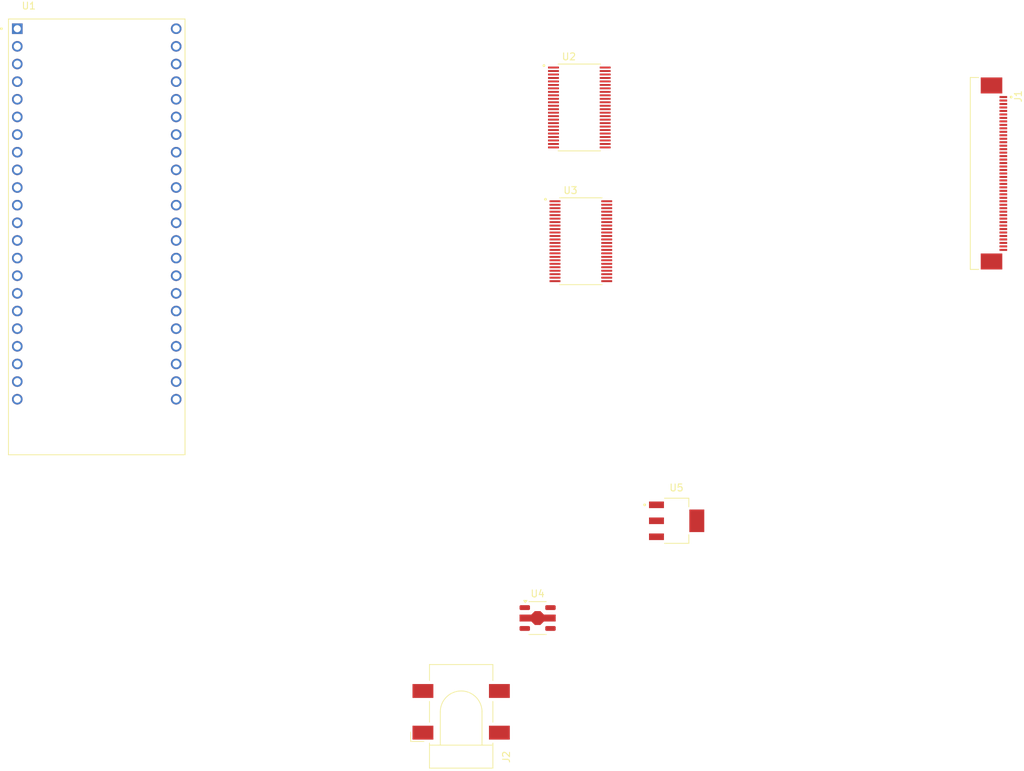
<source format=kicad_pcb>
(kicad_pcb (version 20241229) (generator "pcbnew") (generator_version "9.0")
  (layers (0 "F.Cu" signal) (2 "B.Cu" signal) (13 "F.Paste" user) (15 "B.Paste" user) (5 "F.SilkS" user "F.Silkscreen") (7 "B.SilkS" user "B.Silkscreen") (1 "F.Mask" user) (3 "B.Mask" user) (25 "Edge.Cuts" user))
  (net 0 "")
  (net 10 "GND")
  (net 48 "+3V3")
  (net 51 "+1V8")
  (net 54 "+12V")
  (net 135 "Net-(J1-SHIELD-PadS1)")
  (footprint "Connector-FPC-45-0.5mm:TE_4-1734839-5" (layer "F.Cu") (at 206.5 87 -90)
    (property "Reference" "J1" (at -11.1048 -2.14119 90) (layer "F.SilkS") (effects (font (size 1.002898 1.002898))))
    (property "Value" "4-1734839-5")
    (fp_line (start -13.815 4.75) (end 13.815 4.75) (stroke (width 0.127)) (layer "F.SilkS"))
    (fp_line (start 13.815 4.75) (end 13.815 3.556) (stroke (width 0.127)) (layer "F.SilkS"))
    (fp_line (start -13.815 3.556) (end -13.815 4.75) (stroke (width 0.127)) (layer "F.SilkS"))
    (fp_circle (center -11 -1.127) (end -10.9 -1.127) (stroke (width 0.2)) (fill no) (layer "F.SilkS"))
    (pad "1" smd rect (at -11 0 270) (size 0.3 1.1) (layers "F.Cu" "F.Mask" "F.Paste"))
    (pad "2" smd rect (at -10.5 0 270) (size 0.3 1.1) (layers "F.Cu" "F.Mask" "F.Paste"))
    (pad "3" smd rect (at -10 0 270) (size 0.3 1.1) (layers "F.Cu" "F.Mask" "F.Paste"))
    (pad "4" smd rect (at -9.5 0 270) (size 0.3 1.1) (layers "F.Cu" "F.Mask" "F.Paste"))
    (pad "5" smd rect (at -9 0 270) (size 0.3 1.1) (layers "F.Cu" "F.Mask" "F.Paste"))
    (pad "6" smd rect (at -8.5 0 270) (size 0.3 1.1) (layers "F.Cu" "F.Mask" "F.Paste"))
    (pad "7" smd rect (at -8 0 270) (size 0.3 1.1) (layers "F.Cu" "F.Mask" "F.Paste"))
    (pad "8" smd rect (at -7.5 0 270) (size 0.3 1.1) (layers "F.Cu" "F.Mask" "F.Paste"))
    (pad "9" smd rect (at -7 0 270) (size 0.3 1.1) (layers "F.Cu" "F.Mask" "F.Paste"))
    (pad "10" smd rect (at -6.5 0 270) (size 0.3 1.1) (layers "F.Cu" "F.Mask" "F.Paste"))
    (pad "11" smd rect (at -6 0 270) (size 0.3 1.1) (layers "F.Cu" "F.Mask" "F.Paste"))
    (pad "12" smd rect (at -5.5 0 270) (size 0.3 1.1) (layers "F.Cu" "F.Mask" "F.Paste"))
    (pad "13" smd rect (at -5 0 270) (size 0.3 1.1) (layers "F.Cu" "F.Mask" "F.Paste"))
    (pad "14" smd rect (at -4.5 0 270) (size 0.3 1.1) (layers "F.Cu" "F.Mask" "F.Paste"))
    (pad "15" smd rect (at -4 0 270) (size 0.3 1.1) (layers "F.Cu" "F.Mask" "F.Paste"))
    (pad "16" smd rect (at -3.5 0 270) (size 0.3 1.1) (layers "F.Cu" "F.Mask" "F.Paste"))
    (pad "17" smd rect (at -3 0 270) (size 0.3 1.1) (layers "F.Cu" "F.Mask" "F.Paste"))
    (pad "18" smd rect (at -2.5 0 270) (size 0.3 1.1) (layers "F.Cu" "F.Mask" "F.Paste"))
    (pad "19" smd rect (at -2 0 270) (size 0.3 1.1) (layers "F.Cu" "F.Mask" "F.Paste"))
    (pad "20" smd rect (at -1.5 0 270) (size 0.3 1.1) (layers "F.Cu" "F.Mask" "F.Paste"))
    (pad "21" smd rect (at -1 0 270) (size 0.3 1.1) (layers "F.Cu" "F.Mask" "F.Paste"))
    (pad "22" smd rect (at -0.5 0 270) (size 0.3 1.1) (layers "F.Cu" "F.Mask" "F.Paste"))
    (pad "23" smd rect (at 0 0 270) (size 0.3 1.1) (layers "F.Cu" "F.Mask" "F.Paste"))
    (pad "24" smd rect (at 0.5 0 270) (size 0.3 1.1) (layers "F.Cu" "F.Mask" "F.Paste"))
    (pad "25" smd rect (at 1 0 270) (size 0.3 1.1) (layers "F.Cu" "F.Mask" "F.Paste"))
    (pad "26" smd rect (at 1.5 0 270) (size 0.3 1.1) (layers "F.Cu" "F.Mask" "F.Paste"))
    (pad "27" smd rect (at 2 0 270) (size 0.3 1.1) (layers "F.Cu" "F.Mask" "F.Paste"))
    (pad "28" smd rect (at 2.5 0 270) (size 0.3 1.1) (layers "F.Cu" "F.Mask" "F.Paste"))
    (pad "29" smd rect (at 3 0 270) (size 0.3 1.1) (layers "F.Cu" "F.Mask" "F.Paste"))
    (pad "30" smd rect (at 3.5 0 270) (size 0.3 1.1) (layers "F.Cu" "F.Mask" "F.Paste"))
    (pad "31" smd rect (at 4 0 270) (size 0.3 1.1) (layers "F.Cu" "F.Mask" "F.Paste"))
    (pad "32" smd rect (at 4.5 0 270) (size 0.3 1.1) (layers "F.Cu" "F.Mask" "F.Paste"))
    (pad "33" smd rect (at 5 0 270) (size 0.3 1.1) (layers "F.Cu" "F.Mask" "F.Paste"))
    (pad "34" smd rect (at 5.5 0 270) (size 0.3 1.1) (layers "F.Cu" "F.Mask" "F.Paste"))
    (pad "35" smd rect (at 6 0 270) (size 0.3 1.1) (layers "F.Cu" "F.Mask" "F.Paste"))
    (pad "36" smd rect (at 6.5 0 270) (size 0.3 1.1) (layers "F.Cu" "F.Mask" "F.Paste"))
    (pad "37" smd rect (at 7 0 270) (size 0.3 1.1) (layers "F.Cu" "F.Mask" "F.Paste"))
    (pad "38" smd rect (at 7.5 0 270) (size 0.3 1.1) (layers "F.Cu" "F.Mask" "F.Paste"))
    (pad "39" smd rect (at 8 0 270) (size 0.3 1.1) (layers "F.Cu" "F.Mask" "F.Paste"))
    (pad "40" smd rect (at 8.5 0 270) (size 0.3 1.1) (layers "F.Cu" "F.Mask" "F.Paste"))
    (pad "41" smd rect (at 9 0 270) (size 0.3 1.1) (layers "F.Cu" "F.Mask" "F.Paste"))
    (pad "42" smd rect (at 9.5 0 270) (size 0.3 1.1) (layers "F.Cu" "F.Mask" "F.Paste"))
    (pad "43" smd rect (at 10 0 270) (size 0.3 1.1) (layers "F.Cu" "F.Mask" "F.Paste"))
    (pad "44" smd rect (at 10.5 0 270) (size 0.3 1.1) (layers "F.Cu" "F.Mask" "F.Paste"))
    (pad "45" smd rect (at 11 0 270) (size 0.3 1.1) (layers "F.Cu" "F.Mask" "F.Paste"))
    (pad "S1" smd rect (at -12.67 1.7 270) (size 2.3 3.1) (layers "F.Cu" "F.Mask" "F.Paste") (net 135 "Net-(J1-SHIELD-PadS1)"))
    (pad "S2" smd rect (at 12.67 1.7 270) (size 2.3 3.1) (layers "F.Cu" "F.Mask" "F.Paste") (net 135 "Net-(J1-SHIELD-PadS1)"))
  )
  (footprint "Package_TO_SOT_SMD:SOT-89-5" (layer "F.Cu") (at 139.5 151)
    (property "Reference" "U4" (at 0 -3.5 0) (layer "F.SilkS"))
    (property "Value" "PT4115")
    (fp_line (start -1.25 -2.36) (end 1.25 -2.36) (stroke (width 0.12)) (layer "F.SilkS"))
    (fp_line (start 1.25 2.36) (end -1.25 2.36) (stroke (width 0.12)) (layer "F.SilkS"))
    (fp_poly (pts (xy -1.77 -2.21) (xy -2.01 -2.54) (xy -1.53 -2.54) (xy -1.77 -2.21)) (stroke (width 0.12)) (fill yes) (layer "F.SilkS"))
    (pad "1" smd roundrect (at -1.85 -1.5) (size 1.5 0.7) (layers "F.Cu" "F.Mask" "F.Paste"))
    (pad "2" smd custom (at 0 0) (size 0.8 2) (layers "F.Cu" "F.Mask" "F.Paste") (net 10 "GND") (options (clearance outline) (anchor rect)) (primitives (gr_poly (pts (xy 0.9 -0.5) (xy 2.6 -0.5) (xy 2.6 0.5) (xy 0.9 0.5) (xy 0.4 1) (xy -0.4 1) (xy -0.9 0.5) (xy -2.6 0.5) (xy -2.6 -0.5) (xy -0.9 -0.5) (xy -0.4 -1) (xy 0.4 -1)) (width 0) (fill yes))))
    (pad "3" smd roundrect (at -1.85 1.5) (size 1.5 0.7) (layers "F.Cu" "F.Mask" "F.Paste"))
    (pad "4" smd roundrect (at 1.85 1.5) (size 1.5 0.7) (layers "F.Cu" "F.Mask" "F.Paste"))
    (pad "5" smd roundrect (at 1.85 -1.5) (size 1.5 0.7) (layers "F.Cu" "F.Mask" "F.Paste") (net 54 "+12V"))
  )
  (footprint "REG1117A:SOT230P700X180-4N" (layer "F.Cu") (at 159.5 137)
    (property "Reference" "U5" (at -0.025 -4.754 0) (layer "F.SilkS"))
    (property "Value" "REG1117A")
    (fp_line (start -1.75 -3.25) (end 1.75 -3.25) (stroke (width 0.127)) (layer "F.SilkS"))
    (fp_line (start -1.75 3.25) (end 1.75 3.25) (stroke (width 0.127)) (layer "F.SilkS"))
    (fp_line (start 1.75 -3.25) (end 1.75 -2.01) (stroke (width 0.127)) (layer "F.SilkS"))
    (fp_line (start 1.75 3.25) (end 1.75 2.01) (stroke (width 0.127)) (layer "F.SilkS"))
    (fp_circle (center -4.6 -2.3) (end -4.5 -2.3) (stroke (width 0.2)) (fill no) (layer "F.SilkS"))
    (pad "1" smd rect (at -2.9 -2.3) (size 2.15 0.95) (layers "F.Cu" "F.Mask" "F.Paste") (net 10 "GND"))
    (pad "2" smd rect (at -2.9 0) (size 2.15 0.95) (layers "F.Cu" "F.Mask" "F.Paste") (net 51 "+1V8"))
    (pad "3" smd rect (at -2.9 2.3) (size 2.15 0.95) (layers "F.Cu" "F.Mask" "F.Paste") (net 48 "+3V3"))
    (pad "4" smd rect (at 2.9 0) (size 2.15 3.25) (layers "F.Cu" "F.Mask" "F.Paste") (net 51 "+1V8"))
  )
  (footprint "Connector_BarrelJack:BarrelJack_CLIFF_FC681465S_SMT_Horizontal" (layer "F.Cu") (at 128.5 164.5 90)
    (property "Reference" "J2" (at -6.5 6.5 90) (layer "F.SilkS"))
    (property "Value" "Barrel_Jack_Switch")
    (fp_line (start -2.92 -7.26) (end -4.26 -7.26) (stroke (width 0.12)) (layer "F.SilkS"))
    (fp_line (start -4.26 -7.26) (end -4.26 -5.36) (stroke (width 0.12)) (layer "F.SilkS"))
    (fp_line (start 4.5 -4.56) (end 6.81 -4.56) (stroke (width 0.12)) (layer "F.SilkS"))
    (fp_line (start -1.5 -4.56) (end 1.5 -4.56) (stroke (width 0.12)) (layer "F.SilkS"))
    (fp_line (start -8.11 -4.56) (end -4.5 -4.56) (stroke (width 0.12)) (layer "F.SilkS"))
    (fp_line (start -4.8 -3) (end 0 -3) (stroke (width 0.12)) (layer "F.SilkS"))
    (fp_line (start -4.8 3) (end 0 3) (stroke (width 0.12)) (layer "F.SilkS"))
    (fp_line (start 6.81 4.56) (end 6.81 -4.56) (stroke (width 0.12)) (layer "F.SilkS"))
    (fp_line (start 4.5 4.56) (end 6.81 4.56) (stroke (width 0.12)) (layer "F.SilkS"))
    (fp_line (start -1.5 4.56) (end 1.5 4.56) (stroke (width 0.12)) (layer "F.SilkS"))
    (fp_line (start -4.8 4.56) (end -4.8 -4.56) (stroke (width 0.12)) (layer "F.SilkS"))
    (fp_line (start -8.11 4.56) (end -8.11 -4.56) (stroke (width 0.12)) (layer "F.SilkS"))
    (fp_line (start -8.11 4.56) (end -4.5 4.56) (stroke (width 0.12)) (layer "F.SilkS"))
    (fp_arc (start 0 -3) (mid 3 0) (end 0 3) (stroke (width 0.12)) (layer "F.SilkS"))
    (pad "" np_thru_hole oval (at -2.9 0 180) (size 2 1.5) (drill oval 2 1.5) (layers "*.Cu" "*.Mask"))
    (pad "" np_thru_hole circle (at 1.5 0 180) (size 2 2) (drill 2) (layers "*.Cu" "*.Mask"))
    (pad "1" smd rect (at -3 -5.5 180) (size 3 2) (layers "F.Cu" "F.Mask" "F.Paste"))
    (pad "1" smd rect (at 3 -5.5 180) (size 3 2) (layers "F.Cu" "F.Mask" "F.Paste"))
    (pad "2" smd rect (at 3 5.5 180) (size 3 2) (layers "F.Cu" "F.Mask" "F.Paste"))
    (pad "3" smd rect (at -3 5.5 180) (size 3 2) (layers "F.Cu" "F.Mask" "F.Paste"))
  )
  (footprint "SN74AVC16T245DGGR:SOP50P810X120-48N" (layer "F.Cu") (at 145.72 96.75)
    (property "Reference" "U3" (at -1.495 -7.312 0) (layer "F.SilkS"))
    (property "Value" "SN74AVC16T245DGGR")
    (fp_line (start -3.05 -6.25) (end 3.05 -6.25) (stroke (width 0.127)) (layer "F.SilkS"))
    (fp_line (start -3.05 6.25) (end 3.05 6.25) (stroke (width 0.127)) (layer "F.SilkS"))
    (fp_circle (center -5.09 -6.03) (end -4.99 -6.03) (stroke (width 0.2)) (fill no) (layer "F.SilkS"))
    (pad "1" smd roundrect (at -3.72 -5.75) (size 1.57 0.28) (layers "F.Cu" "F.Mask" "F.Paste") (roundrect_rratio 0.125))
    (pad "2" smd roundrect (at -3.72 -5.25) (size 1.57 0.28) (layers "F.Cu" "F.Mask" "F.Paste") (roundrect_rratio 0.125))
    (pad "3" smd roundrect (at -3.72 -4.75) (size 1.57 0.28) (layers "F.Cu" "F.Mask" "F.Paste") (roundrect_rratio 0.125))
    (pad "4" smd roundrect (at -3.72 -4.25) (size 1.57 0.28) (layers "F.Cu" "F.Mask" "F.Paste") (roundrect_rratio 0.125) (net 10 "GND"))
    (pad "5" smd roundrect (at -3.72 -3.75) (size 1.57 0.28) (layers "F.Cu" "F.Mask" "F.Paste") (roundrect_rratio 0.125))
    (pad "6" smd roundrect (at -3.72 -3.25) (size 1.57 0.28) (layers "F.Cu" "F.Mask" "F.Paste") (roundrect_rratio 0.125))
    (pad "7" smd roundrect (at -3.72 -2.75) (size 1.57 0.28) (layers "F.Cu" "F.Mask" "F.Paste") (roundrect_rratio 0.125) (net 51 "+1V8"))
    (pad "8" smd roundrect (at -3.72 -2.25) (size 1.57 0.28) (layers "F.Cu" "F.Mask" "F.Paste") (roundrect_rratio 0.125))
    (pad "9" smd roundrect (at -3.72 -1.75) (size 1.57 0.28) (layers "F.Cu" "F.Mask" "F.Paste") (roundrect_rratio 0.125))
    (pad "10" smd roundrect (at -3.72 -1.25) (size 1.57 0.28) (layers "F.Cu" "F.Mask" "F.Paste") (roundrect_rratio 0.125) (net 10 "GND"))
    (pad "11" smd roundrect (at -3.72 -0.75) (size 1.57 0.28) (layers "F.Cu" "F.Mask" "F.Paste") (roundrect_rratio 0.125))
    (pad "12" smd roundrect (at -3.72 -0.25) (size 1.57 0.28) (layers "F.Cu" "F.Mask" "F.Paste") (roundrect_rratio 0.125))
    (pad "13" smd roundrect (at -3.72 0.25) (size 1.57 0.28) (layers "F.Cu" "F.Mask" "F.Paste") (roundrect_rratio 0.125))
    (pad "14" smd roundrect (at -3.72 0.75) (size 1.57 0.28) (layers "F.Cu" "F.Mask" "F.Paste") (roundrect_rratio 0.125))
    (pad "15" smd roundrect (at -3.72 1.25) (size 1.57 0.28) (layers "F.Cu" "F.Mask" "F.Paste") (roundrect_rratio 0.125) (net 10 "GND"))
    (pad "16" smd roundrect (at -3.72 1.75) (size 1.57 0.28) (layers "F.Cu" "F.Mask" "F.Paste") (roundrect_rratio 0.125))
    (pad "17" smd roundrect (at -3.72 2.25) (size 1.57 0.28) (layers "F.Cu" "F.Mask" "F.Paste") (roundrect_rratio 0.125))
    (pad "18" smd roundrect (at -3.72 2.75) (size 1.57 0.28) (layers "F.Cu" "F.Mask" "F.Paste") (roundrect_rratio 0.125) (net 51 "+1V8"))
    (pad "19" smd roundrect (at -3.72 3.25) (size 1.57 0.28) (layers "F.Cu" "F.Mask" "F.Paste") (roundrect_rratio 0.125))
    (pad "20" smd roundrect (at -3.72 3.75) (size 1.57 0.28) (layers "F.Cu" "F.Mask" "F.Paste") (roundrect_rratio 0.125))
    (pad "21" smd roundrect (at -3.72 4.25) (size 1.57 0.28) (layers "F.Cu" "F.Mask" "F.Paste") (roundrect_rratio 0.125) (net 10 "GND"))
    (pad "22" smd roundrect (at -3.72 4.75) (size 1.57 0.28) (layers "F.Cu" "F.Mask" "F.Paste") (roundrect_rratio 0.125))
    (pad "23" smd roundrect (at -3.72 5.25) (size 1.57 0.28) (layers "F.Cu" "F.Mask" "F.Paste") (roundrect_rratio 0.125))
    (pad "24" smd roundrect (at -3.72 5.75) (size 1.57 0.28) (layers "F.Cu" "F.Mask" "F.Paste") (roundrect_rratio 0.125))
    (pad "25" smd roundrect (at 3.72 5.75) (size 1.57 0.28) (layers "F.Cu" "F.Mask" "F.Paste") (roundrect_rratio 0.125))
    (pad "26" smd roundrect (at 3.72 5.25) (size 1.57 0.28) (layers "F.Cu" "F.Mask" "F.Paste") (roundrect_rratio 0.125))
    (pad "27" smd roundrect (at 3.72 4.75) (size 1.57 0.28) (layers "F.Cu" "F.Mask" "F.Paste") (roundrect_rratio 0.125))
    (pad "28" smd roundrect (at 3.72 4.25) (size 1.57 0.28) (layers "F.Cu" "F.Mask" "F.Paste") (roundrect_rratio 0.125) (net 10 "GND"))
    (pad "29" smd roundrect (at 3.72 3.75) (size 1.57 0.28) (layers "F.Cu" "F.Mask" "F.Paste") (roundrect_rratio 0.125))
    (pad "30" smd roundrect (at 3.72 3.25) (size 1.57 0.28) (layers "F.Cu" "F.Mask" "F.Paste") (roundrect_rratio 0.125))
    (pad "31" smd roundrect (at 3.72 2.75) (size 1.57 0.28) (layers "F.Cu" "F.Mask" "F.Paste") (roundrect_rratio 0.125) (net 48 "+3V3"))
    (pad "32" smd roundrect (at 3.72 2.25) (size 1.57 0.28) (layers "F.Cu" "F.Mask" "F.Paste") (roundrect_rratio 0.125))
    (pad "33" smd roundrect (at 3.72 1.75) (size 1.57 0.28) (layers "F.Cu" "F.Mask" "F.Paste") (roundrect_rratio 0.125))
    (pad "34" smd roundrect (at 3.72 1.25) (size 1.57 0.28) (layers "F.Cu" "F.Mask" "F.Paste") (roundrect_rratio 0.125) (net 10 "GND"))
    (pad "35" smd roundrect (at 3.72 0.75) (size 1.57 0.28) (layers "F.Cu" "F.Mask" "F.Paste") (roundrect_rratio 0.125))
    (pad "36" smd roundrect (at 3.72 0.25) (size 1.57 0.28) (layers "F.Cu" "F.Mask" "F.Paste") (roundrect_rratio 0.125))
    (pad "37" smd roundrect (at 3.72 -0.25) (size 1.57 0.28) (layers "F.Cu" "F.Mask" "F.Paste") (roundrect_rratio 0.125))
    (pad "38" smd roundrect (at 3.72 -0.75) (size 1.57 0.28) (layers "F.Cu" "F.Mask" "F.Paste") (roundrect_rratio 0.125))
    (pad "39" smd roundrect (at 3.72 -1.25) (size 1.57 0.28) (layers "F.Cu" "F.Mask" "F.Paste") (roundrect_rratio 0.125) (net 10 "GND"))
    (pad "40" smd roundrect (at 3.72 -1.75) (size 1.57 0.28) (layers "F.Cu" "F.Mask" "F.Paste") (roundrect_rratio 0.125))
    (pad "41" smd roundrect (at 3.72 -2.25) (size 1.57 0.28) (layers "F.Cu" "F.Mask" "F.Paste") (roundrect_rratio 0.125))
    (pad "42" smd roundrect (at 3.72 -2.75) (size 1.57 0.28) (layers "F.Cu" "F.Mask" "F.Paste") (roundrect_rratio 0.125) (net 48 "+3V3"))
    (pad "43" smd roundrect (at 3.72 -3.25) (size 1.57 0.28) (layers "F.Cu" "F.Mask" "F.Paste") (roundrect_rratio 0.125))
    (pad "44" smd roundrect (at 3.72 -3.75) (size 1.57 0.28) (layers "F.Cu" "F.Mask" "F.Paste") (roundrect_rratio 0.125))
    (pad "45" smd roundrect (at 3.72 -4.25) (size 1.57 0.28) (layers "F.Cu" "F.Mask" "F.Paste") (roundrect_rratio 0.125) (net 10 "GND"))
    (pad "46" smd roundrect (at 3.72 -4.75) (size 1.57 0.28) (layers "F.Cu" "F.Mask" "F.Paste") (roundrect_rratio 0.125))
    (pad "47" smd roundrect (at 3.72 -5.25) (size 1.57 0.28) (layers "F.Cu" "F.Mask" "F.Paste") (roundrect_rratio 0.125))
    (pad "48" smd roundrect (at 3.72 -5.75) (size 1.57 0.28) (layers "F.Cu" "F.Mask" "F.Paste") (roundrect_rratio 0.125))
  )
  (footprint "SN74AVC16T245DGGR:SOP50P810X120-48N" (layer "F.Cu") (at 145.5 77.5)
    (property "Reference" "U2" (at -1.495 -7.312 0) (layer "F.SilkS"))
    (property "Value" "SN74AVC16T245DGGR")
    (fp_line (start -3.05 -6.25) (end 3.05 -6.25) (stroke (width 0.127)) (layer "F.SilkS"))
    (fp_line (start -3.05 6.25) (end 3.05 6.25) (stroke (width 0.127)) (layer "F.SilkS"))
    (fp_circle (center -5.09 -6.03) (end -4.99 -6.03) (stroke (width 0.2)) (fill no) (layer "F.SilkS"))
    (pad "1" smd roundrect (at -3.72 -5.75) (size 1.57 0.28) (layers "F.Cu" "F.Mask" "F.Paste") (roundrect_rratio 0.125))
    (pad "2" smd roundrect (at -3.72 -5.25) (size 1.57 0.28) (layers "F.Cu" "F.Mask" "F.Paste") (roundrect_rratio 0.125))
    (pad "3" smd roundrect (at -3.72 -4.75) (size 1.57 0.28) (layers "F.Cu" "F.Mask" "F.Paste") (roundrect_rratio 0.125))
    (pad "4" smd roundrect (at -3.72 -4.25) (size 1.57 0.28) (layers "F.Cu" "F.Mask" "F.Paste") (roundrect_rratio 0.125) (net 10 "GND"))
    (pad "5" smd roundrect (at -3.72 -3.75) (size 1.57 0.28) (layers "F.Cu" "F.Mask" "F.Paste") (roundrect_rratio 0.125))
    (pad "6" smd roundrect (at -3.72 -3.25) (size 1.57 0.28) (layers "F.Cu" "F.Mask" "F.Paste") (roundrect_rratio 0.125))
    (pad "7" smd roundrect (at -3.72 -2.75) (size 1.57 0.28) (layers "F.Cu" "F.Mask" "F.Paste") (roundrect_rratio 0.125) (net 51 "+1V8"))
    (pad "8" smd roundrect (at -3.72 -2.25) (size 1.57 0.28) (layers "F.Cu" "F.Mask" "F.Paste") (roundrect_rratio 0.125))
    (pad "9" smd roundrect (at -3.72 -1.75) (size 1.57 0.28) (layers "F.Cu" "F.Mask" "F.Paste") (roundrect_rratio 0.125))
    (pad "10" smd roundrect (at -3.72 -1.25) (size 1.57 0.28) (layers "F.Cu" "F.Mask" "F.Paste") (roundrect_rratio 0.125) (net 10 "GND"))
    (pad "11" smd roundrect (at -3.72 -0.75) (size 1.57 0.28) (layers "F.Cu" "F.Mask" "F.Paste") (roundrect_rratio 0.125))
    (pad "12" smd roundrect (at -3.72 -0.25) (size 1.57 0.28) (layers "F.Cu" "F.Mask" "F.Paste") (roundrect_rratio 0.125))
    (pad "13" smd roundrect (at -3.72 0.25) (size 1.57 0.28) (layers "F.Cu" "F.Mask" "F.Paste") (roundrect_rratio 0.125))
    (pad "14" smd roundrect (at -3.72 0.75) (size 1.57 0.28) (layers "F.Cu" "F.Mask" "F.Paste") (roundrect_rratio 0.125))
    (pad "15" smd roundrect (at -3.72 1.25) (size 1.57 0.28) (layers "F.Cu" "F.Mask" "F.Paste") (roundrect_rratio 0.125) (net 10 "GND"))
    (pad "16" smd roundrect (at -3.72 1.75) (size 1.57 0.28) (layers "F.Cu" "F.Mask" "F.Paste") (roundrect_rratio 0.125))
    (pad "17" smd roundrect (at -3.72 2.25) (size 1.57 0.28) (layers "F.Cu" "F.Mask" "F.Paste") (roundrect_rratio 0.125))
    (pad "18" smd roundrect (at -3.72 2.75) (size 1.57 0.28) (layers "F.Cu" "F.Mask" "F.Paste") (roundrect_rratio 0.125) (net 51 "+1V8"))
    (pad "19" smd roundrect (at -3.72 3.25) (size 1.57 0.28) (layers "F.Cu" "F.Mask" "F.Paste") (roundrect_rratio 0.125))
    (pad "20" smd roundrect (at -3.72 3.75) (size 1.57 0.28) (layers "F.Cu" "F.Mask" "F.Paste") (roundrect_rratio 0.125))
    (pad "21" smd roundrect (at -3.72 4.25) (size 1.57 0.28) (layers "F.Cu" "F.Mask" "F.Paste") (roundrect_rratio 0.125) (net 10 "GND"))
    (pad "22" smd roundrect (at -3.72 4.75) (size 1.57 0.28) (layers "F.Cu" "F.Mask" "F.Paste") (roundrect_rratio 0.125))
    (pad "23" smd roundrect (at -3.72 5.25) (size 1.57 0.28) (layers "F.Cu" "F.Mask" "F.Paste") (roundrect_rratio 0.125))
    (pad "24" smd roundrect (at -3.72 5.75) (size 1.57 0.28) (layers "F.Cu" "F.Mask" "F.Paste") (roundrect_rratio 0.125))
    (pad "25" smd roundrect (at 3.72 5.75) (size 1.57 0.28) (layers "F.Cu" "F.Mask" "F.Paste") (roundrect_rratio 0.125))
    (pad "26" smd roundrect (at 3.72 5.25) (size 1.57 0.28) (layers "F.Cu" "F.Mask" "F.Paste") (roundrect_rratio 0.125))
    (pad "27" smd roundrect (at 3.72 4.75) (size 1.57 0.28) (layers "F.Cu" "F.Mask" "F.Paste") (roundrect_rratio 0.125))
    (pad "28" smd roundrect (at 3.72 4.25) (size 1.57 0.28) (layers "F.Cu" "F.Mask" "F.Paste") (roundrect_rratio 0.125) (net 10 "GND"))
    (pad "29" smd roundrect (at 3.72 3.75) (size 1.57 0.28) (layers "F.Cu" "F.Mask" "F.Paste") (roundrect_rratio 0.125))
    (pad "30" smd roundrect (at 3.72 3.25) (size 1.57 0.28) (layers "F.Cu" "F.Mask" "F.Paste") (roundrect_rratio 0.125))
    (pad "31" smd roundrect (at 3.72 2.75) (size 1.57 0.28) (layers "F.Cu" "F.Mask" "F.Paste") (roundrect_rratio 0.125) (net 48 "+3V3"))
    (pad "32" smd roundrect (at 3.72 2.25) (size 1.57 0.28) (layers "F.Cu" "F.Mask" "F.Paste") (roundrect_rratio 0.125))
    (pad "33" smd roundrect (at 3.72 1.75) (size 1.57 0.28) (layers "F.Cu" "F.Mask" "F.Paste") (roundrect_rratio 0.125))
    (pad "34" smd roundrect (at 3.72 1.25) (size 1.57 0.28) (layers "F.Cu" "F.Mask" "F.Paste") (roundrect_rratio 0.125) (net 10 "GND"))
    (pad "35" smd roundrect (at 3.72 0.75) (size 1.57 0.28) (layers "F.Cu" "F.Mask" "F.Paste") (roundrect_rratio 0.125))
    (pad "36" smd roundrect (at 3.72 0.25) (size 1.57 0.28) (layers "F.Cu" "F.Mask" "F.Paste") (roundrect_rratio 0.125))
    (pad "37" smd roundrect (at 3.72 -0.25) (size 1.57 0.28) (layers "F.Cu" "F.Mask" "F.Paste") (roundrect_rratio 0.125))
    (pad "38" smd roundrect (at 3.72 -0.75) (size 1.57 0.28) (layers "F.Cu" "F.Mask" "F.Paste") (roundrect_rratio 0.125))
    (pad "39" smd roundrect (at 3.72 -1.25) (size 1.57 0.28) (layers "F.Cu" "F.Mask" "F.Paste") (roundrect_rratio 0.125) (net 10 "GND"))
    (pad "40" smd roundrect (at 3.72 -1.75) (size 1.57 0.28) (layers "F.Cu" "F.Mask" "F.Paste") (roundrect_rratio 0.125))
    (pad "41" smd roundrect (at 3.72 -2.25) (size 1.57 0.28) (layers "F.Cu" "F.Mask" "F.Paste") (roundrect_rratio 0.125))
    (pad "42" smd roundrect (at 3.72 -2.75) (size 1.57 0.28) (layers "F.Cu" "F.Mask" "F.Paste") (roundrect_rratio 0.125) (net 48 "+3V3"))
    (pad "43" smd roundrect (at 3.72 -3.25) (size 1.57 0.28) (layers "F.Cu" "F.Mask" "F.Paste") (roundrect_rratio 0.125))
    (pad "44" smd roundrect (at 3.72 -3.75) (size 1.57 0.28) (layers "F.Cu" "F.Mask" "F.Paste") (roundrect_rratio 0.125))
    (pad "45" smd roundrect (at 3.72 -4.25) (size 1.57 0.28) (layers "F.Cu" "F.Mask" "F.Paste") (roundrect_rratio 0.125) (net 10 "GND"))
    (pad "46" smd roundrect (at 3.72 -4.75) (size 1.57 0.28) (layers "F.Cu" "F.Mask" "F.Paste") (roundrect_rratio 0.125))
    (pad "47" smd roundrect (at 3.72 -5.25) (size 1.57 0.28) (layers "F.Cu" "F.Mask" "F.Paste") (roundrect_rratio 0.125))
    (pad "48" smd roundrect (at 3.72 -5.75) (size 1.57 0.28) (layers "F.Cu" "F.Mask" "F.Paste") (roundrect_rratio 0.125))
  )
  (footprint "ESP32-S3-DEVKITC-1-N8R8:ESP32-S3-DEVKITC-1-N8R8" (layer "F.Cu") (at 76.07 96.13)
    (property "Reference" "U1" (at -9.775 -33.255 0) (layer "F.SilkS"))
    (property "Value" "ESP32-S3-DEVKITC-1-N8R8")
    (fp_line (start -12.7 -31.37) (end 12.7 -31.37) (stroke (width 0.127)) (layer "F.SilkS"))
    (fp_line (start -12.7 31.37) (end -12.7 -31.37) (stroke (width 0.127)) (layer "F.SilkS"))
    (fp_line (start 12.7 -31.37) (end 12.7 31.37) (stroke (width 0.127)) (layer "F.SilkS"))
    (fp_line (start 12.7 31.37) (end -12.7 31.37) (stroke (width 0.127)) (layer "F.SilkS"))
    (fp_circle (center -13.716 -29.972) (end -13.616 -29.972) (stroke (width 0.2)) (fill no) (layer "F.SilkS"))
    (pad "J1_1" thru_hole rect (at -11.43 -29.97) (size 1.53 1.53) (drill 1.02) (layers "*.Cu" "*.Mask"))
    (pad "J1_2" thru_hole circle (at -11.43 -27.43) (size 1.53 1.53) (drill 1.02) (layers "*.Cu" "*.Mask"))
    (pad "J1_3" thru_hole circle (at -11.43 -24.89) (size 1.53 1.53) (drill 1.02) (layers "*.Cu" "*.Mask"))
    (pad "J1_4" thru_hole circle (at -11.43 -22.35) (size 1.53 1.53) (drill 1.02) (layers "*.Cu" "*.Mask"))
    (pad "J1_5" thru_hole circle (at -11.43 -19.81) (size 1.53 1.53) (drill 1.02) (layers "*.Cu" "*.Mask"))
    (pad "J1_6" thru_hole circle (at -11.43 -17.27) (size 1.53 1.53) (drill 1.02) (layers "*.Cu" "*.Mask"))
    (pad "J1_7" thru_hole circle (at -11.43 -14.73) (size 1.53 1.53) (drill 1.02) (layers "*.Cu" "*.Mask"))
    (pad "J1_8" thru_hole circle (at -11.43 -12.19) (size 1.53 1.53) (drill 1.02) (layers "*.Cu" "*.Mask"))
    (pad "J1_9" thru_hole circle (at -11.43 -9.65) (size 1.53 1.53) (drill 1.02) (layers "*.Cu" "*.Mask"))
    (pad "J1_10" thru_hole circle (at -11.43 -7.11) (size 1.53 1.53) (drill 1.02) (layers "*.Cu" "*.Mask"))
    (pad "J1_11" thru_hole circle (at -11.43 -4.57) (size 1.53 1.53) (drill 1.02) (layers "*.Cu" "*.Mask"))
    (pad "J1_12" thru_hole circle (at -11.43 -2.03) (size 1.53 1.53) (drill 1.02) (layers "*.Cu" "*.Mask"))
    (pad "J1_13" thru_hole circle (at -11.43 0.51) (size 1.53 1.53) (drill 1.02) (layers "*.Cu" "*.Mask"))
    (pad "J1_14" thru_hole circle (at -11.43 3.05) (size 1.53 1.53) (drill 1.02) (layers "*.Cu" "*.Mask"))
    (pad "J1_15" thru_hole circle (at -11.43 5.59) (size 1.53 1.53) (drill 1.02) (layers "*.Cu" "*.Mask"))
    (pad "J1_16" thru_hole circle (at -11.43 8.13) (size 1.53 1.53) (drill 1.02) (layers "*.Cu" "*.Mask"))
    (pad "J1_17" thru_hole circle (at -11.43 10.67) (size 1.53 1.53) (drill 1.02) (layers "*.Cu" "*.Mask"))
    (pad "J1_18" thru_hole circle (at -11.43 13.21) (size 1.53 1.53) (drill 1.02) (layers "*.Cu" "*.Mask"))
    (pad "J1_19" thru_hole circle (at -11.43 15.75) (size 1.53 1.53) (drill 1.02) (layers "*.Cu" "*.Mask"))
    (pad "J1_20" thru_hole circle (at -11.43 18.29) (size 1.53 1.53) (drill 1.02) (layers "*.Cu" "*.Mask"))
    (pad "J1_21" thru_hole circle (at -11.43 20.83) (size 1.53 1.53) (drill 1.02) (layers "*.Cu" "*.Mask"))
    (pad "J1_22" thru_hole circle (at -11.43 23.37) (size 1.53 1.53) (drill 1.02) (layers "*.Cu" "*.Mask") (net 10 "GND"))
    (pad "J3_1" thru_hole circle (at 11.43 -29.97) (size 1.53 1.53) (drill 1.02) (layers "*.Cu" "*.Mask") (net 10 "GND"))
    (pad "J3_2" thru_hole circle (at 11.43 -27.43) (size 1.53 1.53) (drill 1.02) (layers "*.Cu" "*.Mask"))
    (pad "J3_3" thru_hole circle (at 11.43 -24.89) (size 1.53 1.53) (drill 1.02) (layers "*.Cu" "*.Mask"))
    (pad "J3_4" thru_hole circle (at 11.43 -22.35) (size 1.53 1.53) (drill 1.02) (layers "*.Cu" "*.Mask"))
    (pad "J3_5" thru_hole circle (at 11.43 -19.81) (size 1.53 1.53) (drill 1.02) (layers "*.Cu" "*.Mask"))
    (pad "J3_6" thru_hole circle (at 11.43 -17.27) (size 1.53 1.53) (drill 1.02) (layers "*.Cu" "*.Mask"))
    (pad "J3_7" thru_hole circle (at 11.43 -14.73) (size 1.53 1.53) (drill 1.02) (layers "*.Cu" "*.Mask"))
    (pad "J3_8" thru_hole circle (at 11.43 -12.19) (size 1.53 1.53) (drill 1.02) (layers "*.Cu" "*.Mask"))
    (pad "J3_9" thru_hole circle (at 11.43 -9.65) (size 1.53 1.53) (drill 1.02) (layers "*.Cu" "*.Mask"))
    (pad "J3_10" thru_hole circle (at 11.43 -7.11) (size 1.53 1.53) (drill 1.02) (layers "*.Cu" "*.Mask"))
    (pad "J3_11" thru_hole circle (at 11.43 -4.57) (size 1.53 1.53) (drill 1.02) (layers "*.Cu" "*.Mask"))
    (pad "J3_12" thru_hole circle (at 11.43 -2.03) (size 1.53 1.53) (drill 1.02) (layers "*.Cu" "*.Mask"))
    (pad "J3_13" thru_hole circle (at 11.43 0.51) (size 1.53 1.53) (drill 1.02) (layers "*.Cu" "*.Mask"))
    (pad "J3_14" thru_hole circle (at 11.43 3.05) (size 1.53 1.53) (drill 1.02) (layers "*.Cu" "*.Mask"))
    (pad "J3_15" thru_hole circle (at 11.43 5.59) (size 1.53 1.53) (drill 1.02) (layers "*.Cu" "*.Mask"))
    (pad "J3_16" thru_hole circle (at 11.43 8.13) (size 1.53 1.53) (drill 1.02) (layers "*.Cu" "*.Mask"))
    (pad "J3_17" thru_hole circle (at 11.43 10.67) (size 1.53 1.53) (drill 1.02) (layers "*.Cu" "*.Mask"))
    (pad "J3_18" thru_hole circle (at 11.43 13.21) (size 1.53 1.53) (drill 1.02) (layers "*.Cu" "*.Mask"))
    (pad "J3_19" thru_hole circle (at 11.43 15.75) (size 1.53 1.53) (drill 1.02) (layers "*.Cu" "*.Mask"))
    (pad "J3_20" thru_hole circle (at 11.43 18.29) (size 1.53 1.53) (drill 1.02) (layers "*.Cu" "*.Mask"))
    (pad "J3_21" thru_hole circle (at 11.43 20.83) (size 1.53 1.53) (drill 1.02) (layers "*.Cu" "*.Mask") (net 10 "GND"))
    (pad "J3_22" thru_hole circle (at 11.43 23.37) (size 1.53 1.53) (drill 1.02) (layers "*.Cu" "*.Mask") (net 10 "GND"))
  )
)
</source>
